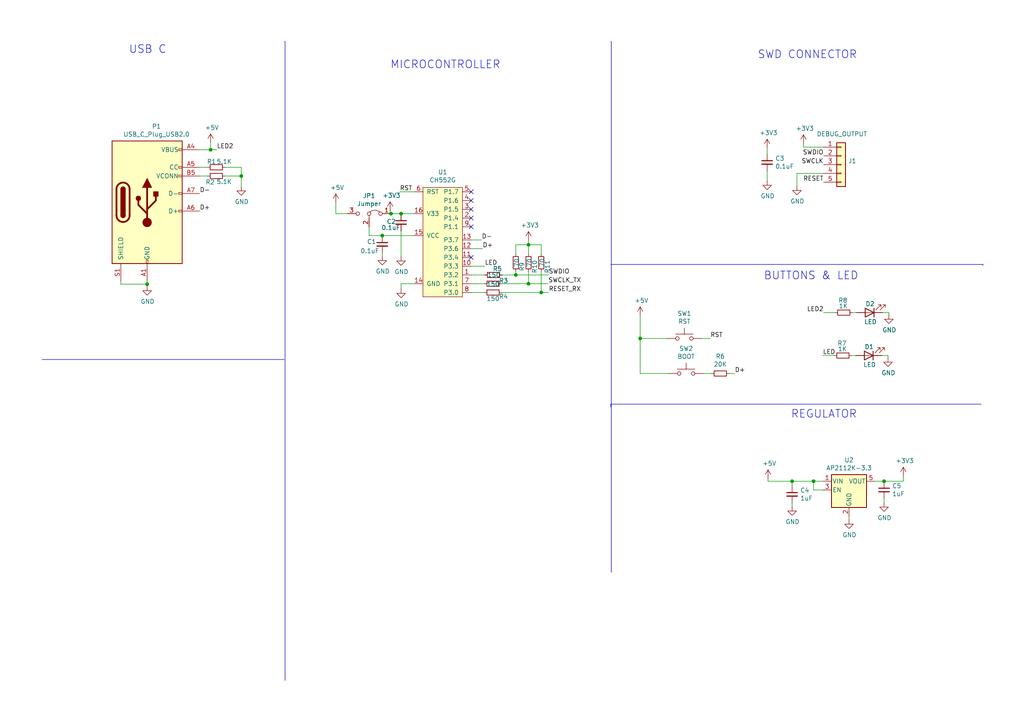
<source format=kicad_sch>
(kicad_sch (version 20230121) (generator eeschema)
  (paper "A4")
  (title_block (title "CMIS DAP Cat Programmer") (date "2020-09-01") (rev "1.1") (company "Electronic Cats") (comment 2 "Eduaro Contreras") (comment 3 "Felipe Islas") (comment 4 "Andres Sabas"))
  (lib_symbols
    (symbol "Connector_Generic:Conn_01x05" (pin_names (offset 1.016) hide)
      (property "Reference" "J" (at 0 7.62 0))
      (property "Value" "Conn_01x05" (at 0 -7.62 0))
      (symbol "Conn_01x05_1_1"
        (rectangle (start -1.27 -4.953) (end 0 -5.207) (stroke (width 0.1524)))
        (rectangle (start -1.27 -2.413) (end 0 -2.667) (stroke (width 0.1524)))
        (rectangle (start -1.27 0.127) (end 0 -0.127) (stroke (width 0.1524)))
        (rectangle (start -1.27 2.667) (end 0 2.413) (stroke (width 0.1524)))
        (rectangle (start -1.27 5.207) (end 0 4.953) (stroke (width 0.1524)))
        (rectangle (start -1.27 6.35) (end 1.27 -6.35) (stroke (width 0.254)) (fill (type background)))
        (pin passive line (at -5.08 5.08 0) (length 3.81) (name "Pin_1") (number "1"))
        (pin passive line (at -5.08 2.54 0) (length 3.81) (name "Pin_2") (number "2"))
        (pin passive line (at -5.08 0 0) (length 3.81) (name "Pin_3") (number "3"))
        (pin passive line (at -5.08 -2.54 0) (length 3.81) (name "Pin_4") (number "4"))
        (pin passive line (at -5.08 -5.08 0) (length 3.81) (name "Pin_5") (number "5"))
      )
    )
    (symbol "Device:C_Small" (pin_numbers hide) (pin_names (offset 0.254) hide)
      (property "Reference" "C" (at 0.254 1.778 0))
      (property "Value" "C_Small" (at 0.254 -2.032 0))
      (symbol "C_Small_0_1"
        (polyline (pts (xy -1.524 -0.508) (xy 1.524 -0.508)) (stroke (width 0.3302)))
        (polyline (pts (xy -1.524 0.508) (xy 1.524 0.508)) (stroke (width 0.3048)))
      )
      (symbol "C_Small_1_1"
        (pin passive line (at 0 2.54 270) (length 2.032) (name "~") (number "1"))
        (pin passive line (at 0 -2.54 90) (length 2.032) (name "~") (number "2"))
      )
    )
    (symbol "Device:LED" (pin_numbers hide) (pin_names (offset 1.016) hide)
      (property "Reference" "D" (at 0 2.54 0))
      (property "Value" "LED" (at 0 -2.54 0))
      (symbol "LED_0_1"
        (polyline (pts (xy -1.27 -1.27) (xy -1.27 1.27)) (stroke (width 0.254)))
        (polyline (pts (xy -1.27 0) (xy 1.27 0)))
        (polyline (pts (xy 1.27 -1.27) (xy 1.27 1.27) (xy -1.27 0) (xy 1.27 -1.27)) (stroke (width 0.254)))
        (polyline (pts (xy -3.048 -0.762) (xy -4.572 -2.286) (xy -3.81 -2.286) (xy -4.572 -2.286) (xy -4.572 -1.524)))
        (polyline (pts (xy -1.778 -0.762) (xy -3.302 -2.286) (xy -2.54 -2.286) (xy -3.302 -2.286) (xy -3.302 -1.524)))
      )
      (symbol "LED_1_1"
        (pin passive line (at -3.81 0 0) (length 2.54) (name "K") (number "1"))
        (pin passive line (at 3.81 0 180) (length 2.54) (name "A") (number "2"))
      )
    )
    (symbol "Device:R_Small" (pin_numbers hide) (pin_names (offset 0.254) hide)
      (property "Reference" "R" (at 0.762 0.508 0))
      (property "Value" "R_Small" (at 0.762 -1.016 0))
      (symbol "R_Small_0_1"
        (rectangle (start -0.762 1.778) (end 0.762 -1.778) (stroke (width 0.2032)))
      )
      (symbol "R_Small_1_1"
        (pin passive line (at 0 2.54 270) (length 0.762) (name "~") (number "1"))
        (pin passive line (at 0 -2.54 90) (length 0.762) (name "~") (number "2"))
      )
    )
    (symbol "SWD_Cat_Programmer-rescue:AP2112K-3.3-Regulator_Linear" (pin_names (offset 0.254))
      (property "Reference" "U" (at -5.08 5.715 0))
      (property "Value" "Regulator_Linear_AP2112K-3.3" (at 0 5.715 0))
      (symbol "AP2112K-3.3-Regulator_Linear_0_1"
        (rectangle (start -5.08 4.445) (end 5.08 -5.08) (stroke (width 0.254)) (fill (type background)))
      )
      (symbol "AP2112K-3.3-Regulator_Linear_1_1"
        (pin power_in line (at -7.62 2.54 0) (length 2.54) (name "VIN") (number "1"))
        (pin power_in line (at 0 -7.62 90) (length 2.54) (name "GND") (number "2"))
        (pin input line (at -7.62 0 0) (length 2.54) (name "EN") (number "3"))
        (pin no_connect line (at 7.62 0 180) (length 2.54) hide (name "NC") (number "4"))
        (pin power_out line (at 7.62 2.54 180) (length 2.54) (name "VOUT") (number "5"))
      )
    )
    (symbol "SWD_Cat_Programmer-rescue:CH552G-Electronic_Cats-SWD_Cat_Programmer-rescue-SWD_Cat_Programmer-rescue-SWD_Cat_Programmer-rescue-SWD_Cat_Programmer-rescue" (pin_names (offset 1.016))
      (property "Reference" "U" (at -3.81 -26.67 0))
      (property "Value" "SWD_Cat_Programmer-rescue_CH552G-Electronic_Cats-SWD_Cat_Programmer-rescue-SWD_Cat_Programmer-rescue-SWD_Cat_Programmer-rescue" (at 2.54 7.62 0))
      (symbol "CH552G-Electronic_Cats-SWD_Cat_Programmer-rescue-SWD_Cat_Programmer-rescue-SWD_Cat_Programmer-rescue-SWD_Cat_Programmer-rescue_0_1"
        (rectangle (start -5.08 6.35) (end 6.35 -25.4) (fill (type background)))
      )
      (symbol "CH552G-Electronic_Cats-SWD_Cat_Programmer-rescue-SWD_Cat_Programmer-rescue-SWD_Cat_Programmer-rescue-SWD_Cat_Programmer-rescue_1_1"
        (pin input line (at 8.89 -19.05 180) (length 2.54) (name "P3.2") (number "1"))
        (pin input line (at 8.89 -16.51 180) (length 2.54) (name "P3.3") (number "10"))
        (pin input line (at 8.89 -13.97 180) (length 2.54) (name "P3.4") (number "11"))
        (pin input line (at 8.89 -11.43 180) (length 2.54) (name "P3.6") (number "12"))
        (pin input line (at 8.89 -8.89 180) (length 2.54) (name "P3.7") (number "13"))
        (pin input line (at -7.62 -21.59 0) (length 2.54) (name "GND") (number "14"))
        (pin input line (at -7.62 -7.62 0) (length 2.54) (name "VCC") (number "15"))
        (pin input line (at -7.62 -1.27 0) (length 2.54) (name "V33") (number "16"))
        (pin input line (at 8.89 -2.54 180) (length 2.54) (name "P1.4") (number "2"))
        (pin input line (at 8.89 0 180) (length 2.54) (name "P1.5") (number "3"))
        (pin input line (at 8.89 2.54 180) (length 2.54) (name "P1.6") (number "4"))
        (pin input line (at 8.89 5.08 180) (length 2.54) (name "P1.7") (number "5"))
        (pin input line (at -7.62 5.08 0) (length 2.54) (name "RST") (number "6"))
        (pin input line (at 8.89 -21.59 180) (length 2.54) (name "P3.1") (number "7"))
        (pin input line (at 8.89 -24.13 180) (length 2.54) (name "P3.0") (number "8"))
        (pin input line (at 8.89 -5.08 180) (length 2.54) (name "P1.1") (number "9"))
      )
    )
    (symbol "SWD_Cat_Programmer-rescue:Jumper_3_Bridged12-Jumper" (pin_names (offset 0) hide)
      (property "Reference" "JP" (at -2.54 -2.54 0))
      (property "Value" "Jumper_Jumper_3_Bridged12" (at 0 2.794 0))
      (symbol "Jumper_3_Bridged12-Jumper_0_0"
        (circle (center -3.302 0) (radius 0.508))
        (circle (center 0 0) (radius 0.508))
        (circle (center 3.302 0) (radius 0.508))
      )
      (symbol "Jumper_3_Bridged12-Jumper_0_1"
        (arc (start -0.254 0.508) (mid -1.651 0.9912) (end -3.048 0.508))
        (polyline (pts (xy 0 -1.27) (xy 0 -0.508)))
      )
      (symbol "Jumper_3_Bridged12-Jumper_1_1"
        (pin passive line (at -6.35 0 0) (length 2.54) (name "A") (number "1"))
        (pin input line (at 0 -3.81 90) (length 2.54) (name "C") (number "2"))
        (pin passive line (at 6.35 0 180) (length 2.54) (name "B") (number "3"))
      )
    )
    (symbol "SWD_Cat_Programmer-rescue:USB_C_Plug_USB2.0-Connector" (pin_names (offset 1.016))
      (property "Reference" "P" (at -10.16 19.05 0))
      (property "Value" "Connector_USB_C_Plug_USB2.0" (at 12.7 19.05 0))
      (symbol "USB_C_Plug_USB2.0-Connector_0_0"
        (rectangle (start -0.254 -17.78) (end 0.254 -16.764))
        (rectangle (start 10.16 -2.286) (end 9.144 -2.794))
        (rectangle (start 10.16 2.794) (end 9.144 2.286))
        (rectangle (start 10.16 7.874) (end 9.144 7.366))
        (rectangle (start 10.16 10.414) (end 9.144 9.906))
        (rectangle (start 10.16 15.494) (end 9.144 14.986))
      )
      (symbol "USB_C_Plug_USB2.0-Connector_0_1"
        (rectangle (start -10.16 17.78) (end 10.16 -17.78) (stroke (width 0.254)) (fill (type background)))
        (arc (start -8.89 -3.81) (mid -6.985 -5.7067) (end -5.08 -3.81) (stroke (width 0.508)))
        (arc (start -7.62 -3.81) (mid -6.985 -4.4423) (end -6.35 -3.81) (stroke (width 0.254)))
        (arc (start -7.62 -3.81) (mid -6.985 -4.4423) (end -6.35 -3.81) (stroke (width 0.254)) (fill (type outline)))
        (rectangle (start -7.62 -3.81) (end -6.35 3.81) (stroke (width 0.254)) (fill (type outline)))
        (arc (start -6.35 3.81) (mid -6.985 4.4423) (end -7.62 3.81) (stroke (width 0.254)))
        (arc (start -6.35 3.81) (mid -6.985 4.4423) (end -7.62 3.81) (stroke (width 0.254)) (fill (type outline)))
        (arc (start -5.08 3.81) (mid -6.985 5.7067) (end -8.89 3.81) (stroke (width 0.508)))
        (circle (center -2.54 1.143) (radius 0.635) (stroke (width 0.254)) (fill (type outline)))
        (circle (center 0 -5.842) (radius 1.27) (fill (type outline)))
        (polyline (pts (xy -8.89 -3.81) (xy -8.89 3.81)) (stroke (width 0.508)))
        (polyline (pts (xy -5.08 3.81) (xy -5.08 -3.81)) (stroke (width 0.508)))
        (polyline (pts (xy 0 -5.842) (xy 0 4.318)) (stroke (width 0.508)))
        (polyline (pts (xy 0 -3.302) (xy -2.54 -0.762) (xy -2.54 0.508)) (stroke (width 0.508)))
        (polyline (pts (xy 0 -2.032) (xy 2.54 0.508) (xy 2.54 1.778)) (stroke (width 0.508)))
        (polyline (pts (xy -1.27 4.318) (xy 0 6.858) (xy 1.27 4.318) (xy -1.27 4.318)) (stroke (width 0.254)) (fill (type outline)))
        (rectangle (start 1.905 1.778) (end 3.175 3.048) (stroke (width 0.254)) (fill (type outline)))
      )
      (symbol "USB_C_Plug_USB2.0-Connector_1_1"
        (pin power_in line (at 0 -22.86 90) (length 5.08) (name "GND") (number "A1"))
        (pin passive line (at 0 -22.86 90) (length 5.08) hide (name "GND") (number "A12"))
        (pin power_in line (at 15.24 15.24 180) (length 5.08) (name "VBUS") (number "A4"))
        (pin bidirectional line (at 15.24 10.16 180) (length 5.08) (name "CC") (number "A5"))
        (pin bidirectional line (at 15.24 -2.54 180) (length 5.08) (name "D+") (number "A6"))
        (pin bidirectional line (at 15.24 2.54 180) (length 5.08) (name "D-") (number "A7"))
        (pin passive line (at 15.24 15.24 180) (length 5.08) hide (name "VBUS") (number "A9"))
        (pin passive line (at 0 -22.86 90) (length 5.08) hide (name "GND") (number "B1"))
        (pin passive line (at 0 -22.86 90) (length 5.08) hide (name "GND") (number "B12"))
        (pin passive line (at 15.24 15.24 180) (length 5.08) hide (name "VBUS") (number "B4"))
        (pin bidirectional line (at 15.24 7.62 180) (length 5.08) (name "VCONN") (number "B5"))
        (pin passive line (at 15.24 15.24 180) (length 5.08) hide (name "VBUS") (number "B9"))
        (pin passive line (at -7.62 -22.86 90) (length 5.08) (name "SHIELD") (number "S1"))
      )
    )
    (symbol "Switch:SW_Push" (pin_numbers hide) (pin_names (offset 1.016) hide)
      (property "Reference" "SW" (at 1.27 2.54 0))
      (property "Value" "SW_Push" (at 0 -1.524 0))
      (symbol "SW_Push_0_1"
        (circle (center -2.032 0) (radius 0.508))
        (polyline (pts (xy 0 1.27) (xy 0 3.048)))
        (polyline (pts (xy 2.54 1.27) (xy -2.54 1.27)))
        (circle (center 2.032 0) (radius 0.508))
        (pin passive line (at -5.08 0 0) (length 2.54) (name "1") (number "1"))
        (pin passive line (at 5.08 0 180) (length 2.54) (name "2") (number "2"))
      )
    )
    (symbol "power:+3V3" (power) (pin_names (offset 0))
      (property "Value" "+3V3" (at 0 3.556 0))
      (symbol "+3V3_0_1"
        (polyline (pts (xy -0.762 1.27) (xy 0 2.54)))
        (polyline (pts (xy 0 0) (xy 0 2.54)))
        (polyline (pts (xy 0 2.54) (xy 0.762 1.27)))
      )
      (symbol "+3V3_1_1"
        (pin power_in line (at 0 0 90) (length 0) hide (name "+3V3") (number "1"))
      )
    )
    (symbol "power:+5V" (power) (pin_names (offset 0))
      (property "Value" "+5V" (at 0 3.556 0))
      (symbol "+5V_0_1"
        (polyline (pts (xy -0.762 1.27) (xy 0 2.54)))
        (polyline (pts (xy 0 0) (xy 0 2.54)))
        (polyline (pts (xy 0 2.54) (xy 0.762 1.27)))
      )
      (symbol "+5V_1_1"
        (pin power_in line (at 0 0 90) (length 0) hide (name "+5V") (number "1"))
      )
    )
    (symbol "power:GND" (power) (pin_names (offset 0))
      (property "Value" "GND" (at 0 -3.81 0))
      (symbol "GND_0_1"
        (polyline (pts (xy 0 0) (xy 0 -1.27) (xy 1.27 -1.27) (xy 0 -2.54) (xy -1.27 -1.27) (xy 0 -1.27)))
      )
      (symbol "GND_1_1"
        (pin power_in line (at 0 0 270) (length 0) hide (name "GND") (number "1"))
      )
    )
  )
  (junction (at 153.289 70.993))
  (junction (at 229.743 139.573))
  (junction (at 61.087 43.434))
  (junction (at 113.411 61.976))
  (junction (at 156.972 84.836))
  (junction (at 69.977 51.054))
  (junction (at 42.672 82.423))
  (junction (at 235.966 139.573))
  (junction (at 116.332 61.976))
  (junction (at 149.606 79.756))
  (junction (at 153.289 82.296))
  (junction (at 256.413 139.573))
  (junction (at 110.871 68.326))
  (junction (at 185.674 98.171))
  (no_connect (at 136.652 60.706))
  (no_connect (at 136.652 55.626))
  (no_connect (at 136.652 58.166))
  (no_connect (at 136.652 65.786))
  (no_connect (at 136.652 63.246))
  (no_connect (at 136.652 74.676))
  (wire (pts (xy 262.001 139.573) (xy 262.001 138.049)))
  (wire (pts (xy 65.278 51.054) (xy 69.977 51.054)))
  (wire (pts (xy 136.652 72.136) (xy 139.954 72.136)))
  (wire (pts (xy 257.556 103.124) (xy 257.556 103.759)))
  (wire (pts (xy 229.743 145.923) (xy 229.743 146.939)))
  (wire (pts (xy 235.966 142.113) (xy 235.966 139.573)))
  (wire (pts (xy 110.871 73.406) (xy 110.871 74.295)))
  (wire (pts (xy 153.289 70.993) (xy 153.289 73.66)))
  (wire (pts (xy 136.652 69.596) (xy 139.7 69.596)))
  (wire (pts (xy 256.413 144.653) (xy 256.413 145.796)))
  (wire (pts (xy 35.052 82.423) (xy 42.672 82.423)))
  (polyline (pts (xy 284.607 117.221) (xy 177.165 117.221)))
  (wire (pts (xy 257.81 90.678) (xy 257.81 91.313)))
  (wire (pts (xy 136.652 79.756) (xy 140.589 79.756)))
  (wire (pts (xy 156.972 70.993) (xy 156.972 73.66)))
  (wire (pts (xy 149.606 73.66) (xy 149.606 70.993)))
  (wire (pts (xy 116.332 82.296) (xy 116.332 83.82)))
  (wire (pts (xy 116.332 61.976) (xy 113.411 61.976)))
  (wire (pts (xy 120.142 82.296) (xy 116.332 82.296)))
  (wire (pts (xy 193.929 108.331) (xy 185.674 108.331)))
  (wire (pts (xy 149.606 78.74) (xy 149.606 79.756)))
  (wire (pts (xy 42.672 82.423) (xy 42.672 83.058)))
  (wire (pts (xy 238.887 90.678) (xy 242.189 90.678)))
  (wire (pts (xy 113.411 61.976) (xy 113.157 61.976)))
  (polyline (pts (xy 82.677 197.358) (xy 82.677 12.065)))
  (wire (pts (xy 61.087 43.434) (xy 62.865 43.434)))
  (wire (pts (xy 120.142 55.626) (xy 115.951 55.626)))
  (wire (pts (xy 120.142 61.976) (xy 116.332 61.976)))
  (wire (pts (xy 229.743 140.843) (xy 229.743 139.573)))
  (polyline (pts (xy 177.292 165.989) (xy 177.292 12.065)))
  (wire (pts (xy 156.972 78.74) (xy 156.972 84.836)))
  (wire (pts (xy 153.289 70.993) (xy 153.289 69.723)))
  (wire (pts (xy 238.633 142.113) (xy 235.966 142.113)))
  (wire (pts (xy 231.14 53.975) (xy 231.14 50.292)))
  (wire (pts (xy 231.14 50.292) (xy 238.887 50.292)))
  (wire (pts (xy 253.873 139.573) (xy 256.413 139.573)))
  (wire (pts (xy 211.455 108.331) (xy 213.106 108.331)))
  (wire (pts (xy 65.278 48.514) (xy 69.977 48.514)))
  (wire (pts (xy 100.711 61.976) (xy 97.409 61.976)))
  (wire (pts (xy 238.887 42.672) (xy 233.045 42.672)))
  (wire (pts (xy 233.045 42.672) (xy 233.045 41.656)))
  (wire (pts (xy 185.674 108.331) (xy 185.674 98.171)))
  (wire (pts (xy 136.652 82.296) (xy 140.462 82.296)))
  (wire (pts (xy 222.504 49.657) (xy 222.504 52.451)))
  (wire (pts (xy 247.015 103.124) (xy 248.158 103.124)))
  (wire (pts (xy 35.052 81.534) (xy 35.052 82.423)))
  (wire (pts (xy 57.912 51.054) (xy 60.198 51.054)))
  (wire (pts (xy 256.413 139.573) (xy 262.001 139.573)))
  (wire (pts (xy 116.332 67.056) (xy 116.332 74.422)))
  (wire (pts (xy 136.652 77.216) (xy 140.589 77.216)))
  (wire (pts (xy 145.542 82.296) (xy 153.289 82.296)))
  (wire (pts (xy 203.581 98.171) (xy 205.994 98.171)))
  (wire (pts (xy 113.157 61.976) (xy 113.157 61.087)))
  (wire (pts (xy 185.674 98.171) (xy 185.674 91.567)))
  (wire (pts (xy 235.966 139.573) (xy 229.743 139.573)))
  (polyline (pts (xy 177.165 117.221) (xy 177.165 117.983)))
  (wire (pts (xy 229.743 139.573) (xy 222.758 139.573)))
  (polyline (pts (xy 177.292 12.065) (xy 177.165 12.065)))
  (polyline (pts (xy 82.677 12.065) (xy 82.55 12.065)))
  (wire (pts (xy 57.912 43.434) (xy 61.087 43.434)))
  (wire (pts (xy 153.289 78.74) (xy 153.289 82.296)))
  (wire (pts (xy 57.912 48.514) (xy 60.198 48.514)))
  (wire (pts (xy 255.778 103.124) (xy 257.556 103.124)))
  (polyline (pts (xy 285.115 76.708) (xy 285.115 76.962)))
  (wire (pts (xy 222.758 139.573) (xy 222.758 138.811)))
  (wire (pts (xy 149.606 79.756) (xy 159.131 79.756)))
  (wire (pts (xy 69.977 48.514) (xy 69.977 51.054)))
  (wire (pts (xy 153.289 82.296) (xy 159.004 82.296)))
  (wire (pts (xy 42.672 81.534) (xy 42.672 82.423)))
  (polyline (pts (xy 82.423 104.267) (xy 12.192 104.267)))
  (wire (pts (xy 145.669 79.756) (xy 149.606 79.756)))
  (polyline (pts (xy 177.165 76.708) (xy 285.115 76.708)))
  (wire (pts (xy 256.032 90.678) (xy 257.81 90.678)))
  (wire (pts (xy 247.269 90.678) (xy 248.412 90.678)))
  (wire (pts (xy 110.871 68.326) (xy 107.061 68.326)))
  (wire (pts (xy 222.504 42.926) (xy 222.504 44.577)))
  (wire (pts (xy 107.061 65.786) (xy 107.061 68.326)))
  (wire (pts (xy 238.633 139.573) (xy 235.966 139.573)))
  (wire (pts (xy 61.087 41.402) (xy 61.087 43.434)))
  (wire (pts (xy 120.142 68.326) (xy 110.871 68.326)))
  (wire (pts (xy 149.606 70.993) (xy 153.289 70.993)))
  (wire (pts (xy 246.253 149.733) (xy 246.253 150.749)))
  (wire (pts (xy 136.652 84.836) (xy 140.462 84.836)))
  (wire (pts (xy 193.421 98.171) (xy 185.674 98.171)))
  (wire (pts (xy 238.633 103.124) (xy 241.935 103.124)))
  (wire (pts (xy 156.972 84.836) (xy 159.131 84.836)))
  (wire (pts (xy 204.089 108.331) (xy 206.375 108.331)))
  (wire (pts (xy 69.977 51.054) (xy 69.977 54.102)))
  (wire (pts (xy 97.409 61.976) (xy 97.409 58.801)))
  (wire (pts (xy 145.542 84.836) (xy 156.972 84.836)))
  (wire (pts (xy 153.289 70.993) (xy 156.972 70.993)))
  (text "BUTTONS & LED" (at 221.488 81.407 0) (effects (font (size 2.2606 2.2606)) (justify left bottom)))
  (text "REGULATOR" (at 229.362 121.539 0) (effects (font (size 2.2606 2.2606)) (justify left bottom)))
  (text "SWD CONNECTOR" (at 219.71 17.272 0) (effects (font (size 2.2606 2.2606)) (justify left bottom)))
  (text "MICROCONTROLLER" (at 113.157 20.193 0) (effects (font (size 2.2606 2.2606)) (justify left bottom)))
  (text "USB C" (at 37.338 15.748 0) (effects (font (size 2.2606 2.2606)) (justify left bottom)))
  (label "SWCLK" (at 238.887 47.752 180))
  (label "LED" (at 140.589 77.216 0))
  (label "RST" (at 115.951 55.626 0))
  (label "RESET_RX" (at 159.131 84.836 0))
  (label "D-" (at 57.912 56.134 0))
  (label "RST" (at 205.994 98.171 0))
  (label "RESET" (at 238.887 52.832 180))
  (label "SWDIO" (at 238.887 45.212 180))
  (label "SWDIO" (at 159.131 79.756 0))
  (label "LED" (at 238.633 103.124 0))
  (label "D+" (at 139.954 72.136 0))
  (label "D+" (at 57.912 61.214 0))
  (label "D+" (at 213.106 108.331 0))
  (label "D-" (at 139.7 69.596 0))
  (label "LED2" (at 62.865 43.434 0))
  (label "LED2" (at 238.887 90.678 180))
  (label "SWCLK_TX" (at 159.004 82.296 0))
  (symbol (lib_id "SWD_Cat_Programmer-rescue:USB_C_Plug_USB2.0-Connector") (at 42.672 58.674 0) (unit 1)
    (property "Reference" "P1" (at 45.3898 36.6522 0))
    (property "Value" "USB_C_Plug_USB2.0" (at 45.3898 38.9636 0))
    (property "Footprint" "Connectors:C393939" (effects hide))
    (property "Datasheet" "https://datasheet.lcsc.com/szlcsc/1912111437_SHOU-HAN-TYPE-C16PIN_C393939.pdf" (effects hide))
    (property "manf#" "C393939" (effects hide))
  )
  (symbol (lib_id "Device:C_Small") (at 222.504 47.117 0) (unit 1)
    (property "Reference" "C3" (at 224.8408 45.9486 0) (effects (justify left)))
    (property "Value" "0.1uF" (at 224.8408 48.26 0) (effects (justify left)))
    (property "Footprint" "Capacitor_SMD:C_0805_2012Metric_Pad1.15x1.40mm_HandSolder" (effects hide))
    (property "Datasheet" "https://datasheet.lcsc.com/szlcsc/1810101813_YAGEO-CC0805KRX7R9BB104_C49678.pdf" (effects hide))
    (property "manf#" "C49678" (effects hide))
  )
  (symbol (lib_id "Device:R_Small") (at 62.738 48.514 270) (unit 1)
    (property "Reference" "R1" (at 61.341 46.863 90))
    (property "Value" "5.1K" (at 65.024 46.863 90))
    (property "Footprint" "Resistor_SMD:R_0805_2012Metric_Pad1.15x1.40mm_HandSolder" (effects hide))
    (property "Datasheet" "https://datasheet.lcsc.com/szlcsc/1810311431_YAGEO-RC0805JR-075K1L_C105874.pdf" (effects hide))
    (property "manf#" "C105874" (effects hide))
  )
  (symbol (lib_id "SWD_Cat_Programmer-rescue:CH552G-Electronic_Cats-SWD_Cat_Programmer-rescue-SWD_Cat_Programmer-rescue-SWD_Cat_Programmer-rescue-SWD_Cat_Programmer-rescue") (at 127.762 60.706 0) (unit 1)
    (property "Reference" "U1" (at 128.397 49.911 0))
    (property "Value" "CH552G" (at 128.397 52.2224 0))
    (property "Footprint" "Package_SO:SOP-16_4.55x10.3mm_P1.27mm" (effects hide))
    (property "Datasheet" "https://datasheet.lcsc.com/szlcsc/2008191734_WCH-Jiangsu-Qin-Heng-CH552G_C111292.pdf" (effects hide))
    (property "manf#" "C111292" (effects hide))
  )
  (symbol (lib_id "power:+3V3") (at 113.157 61.087 0) (unit 1)
    (property "Reference" "#PWR06" (effects hide))
    (property "Value" "+3V3" (at 113.538 56.6928 0))
  )
  (symbol (lib_id "power:+5V") (at 97.409 58.801 0) (unit 1)
    (property "Reference" "#PWR04" (effects hide))
    (property "Value" "+5V" (at 97.79 54.4068 0))
  )
  (symbol (lib_id "power:GND") (at 116.332 83.82 0) (unit 1)
    (property "Reference" "#PWR08" (effects hide))
    (property "Value" "GND" (at 116.459 88.2142 0))
  )
  (symbol (lib_id "Device:C_Small") (at 110.871 70.866 0) (unit 1)
    (property "Reference" "C1" (at 106.426 70.104 0) (effects (justify left)))
    (property "Value" "0.1uF" (at 104.521 72.771 0) (effects (justify left)))
    (property "Footprint" "Capacitor_SMD:C_0805_2012Metric_Pad1.15x1.40mm_HandSolder" (effects hide))
    (property "Datasheet" "https://datasheet.lcsc.com/szlcsc/1810101813_YAGEO-CC0805KRX7R9BB104_C49678.pdf" (effects hide))
    (property "manf#" "C49678" (effects hide))
  )
  (symbol (lib_id "Device:C_Small") (at 116.332 64.516 0) (unit 1)
    (property "Reference" "C2" (at 112.141 64.262 0) (effects (justify left)))
    (property "Value" "0.1uF" (at 110.617 66.04 0) (effects (justify left)))
    (property "Footprint" "Capacitor_SMD:C_0805_2012Metric_Pad1.15x1.40mm_HandSolder" (effects hide))
    (property "Datasheet" "https://datasheet.lcsc.com/szlcsc/1810101813_YAGEO-CC0805KRX7R9BB104_C49678.pdf" (effects hide))
    (property "manf#" "C49678" (effects hide))
  )
  (symbol (lib_id "power:GND") (at 116.332 74.422 0) (unit 1)
    (property "Reference" "#PWR07" (effects hide))
    (property "Value" "GND" (at 116.459 78.8162 0))
  )
  (symbol (lib_id "power:GND") (at 110.871 74.295 0) (unit 1)
    (property "Reference" "#PWR05" (effects hide))
    (property "Value" "GND" (at 110.998 78.6892 0))
  )
  (symbol (lib_id "Device:R_Small") (at 62.738 51.054 270) (unit 1)
    (property "Reference" "R2" (at 60.96 52.832 90))
    (property "Value" "5.1K" (at 65.024 52.705 90))
    (property "Footprint" "Resistor_SMD:R_0805_2012Metric_Pad1.15x1.40mm_HandSolder" (effects hide))
    (property "Datasheet" "https://datasheet.lcsc.com/szlcsc/1810311431_YAGEO-RC0805JR-075K1L_C105874.pdf" (effects hide))
    (property "manf#" "C105874" (effects hide))
  )
  (symbol (lib_id "power:GND") (at 42.672 83.058 0) (unit 1)
    (property "Reference" "#PWR01" (effects hide))
    (property "Value" "GND" (at 42.799 87.4522 0))
  )
  (symbol (lib_id "Device:R_Small") (at 244.475 103.124 270) (unit 1)
    (property "Reference" "R7" (at 244.221 99.568 90))
    (property "Value" "1K" (at 244.348 101.219 90))
    (property "Footprint" "Resistor_SMD:R_0805_2012Metric_Pad1.15x1.40mm_HandSolder" (effects hide))
    (property "Datasheet" "https://datasheet.lcsc.com/szlcsc/1809140835_UNI-ROYAL-Uniroyal-Elec-0805W8J0102T5E_C25623.pdf" (effects hide))
    (property "manf#" "C25623" (effects hide))
  )
  (symbol (lib_id "Device:LED") (at 251.968 103.124 180) (unit 1)
    (property "Reference" "D1" (at 252.095 100.584 0))
    (property "Value" "LED" (at 252.222 105.791 0))
    (property "Footprint" "LED_SMD:LED_0805_2012Metric" (effects hide))
    (property "Datasheet" "https://datasheet.lcsc.com/szlcsc/1808272351_Everlight-Elec-17-21SURC-S530-A2-TR8_C131244.pdf" (effects hide))
    (property "manf#" "C131244" (effects hide))
  )
  (symbol (lib_id "power:GND") (at 257.556 103.759 0) (unit 1)
    (property "Reference" "#PWR015" (effects hide))
    (property "Value" "GND" (at 257.683 108.1532 0))
  )
  (symbol (lib_id "Switch:SW_Push") (at 198.501 98.171 0) (unit 1)
    (property "Reference" "SW1" (at 198.501 90.932 0))
    (property "Value" "RST" (at 198.501 93.2434 0))
    (property "Footprint" "KiCad:TS1088R02026" (effects hide))
    (property "Datasheet" "https://datasheet.lcsc.com/szlcsc/1912111437_XUNPU-TS-1088R-02526_C455281.pdf" (effects hide))
    (property "manf#" "C455281" (effects hide))
  )
  (symbol (lib_id "Switch:SW_Push") (at 199.009 108.331 0) (unit 1)
    (property "Reference" "SW2" (at 199.009 101.092 0))
    (property "Value" "BOOT" (at 199.009 103.4034 0))
    (property "Footprint" "KiCad:TS1088R02026" (effects hide))
    (property "Datasheet" "https://datasheet.lcsc.com/szlcsc/1912111437_XUNPU-TS-1088R-02526_C455281.pdf" (effects hide))
    (property "manf#" "C455281" (effects hide))
  )
  (symbol (lib_id "power:+5V") (at 185.674 91.567 0) (unit 1)
    (property "Reference" "#PWR09" (effects hide))
    (property "Value" "+5V" (at 186.055 87.1728 0))
  )
  (symbol (lib_id "Device:R_Small") (at 208.915 108.331 270) (unit 1)
    (property "Reference" "R6" (at 208.915 103.3526 90))
    (property "Value" "20K" (at 208.915 105.664 90))
    (property "Footprint" "Resistor_SMD:R_0805_2012Metric_Pad1.15x1.40mm_HandSolder" (effects hide))
    (property "Datasheet" "https://datasheet.lcsc.com/szlcsc/2007131613_HKR-Hong-Kong-Resistors-RCT0520KFLF_C702832.pdf" (effects hide))
    (property "manf#" "C702832" (effects hide))
  )
  (symbol (lib_id "power:GND") (at 231.14 53.975 0) (unit 1)
    (property "Reference" "#PWR013" (effects hide))
    (property "Value" "GND" (at 231.267 58.3692 0))
  )
  (symbol (lib_id "Device:R_Small") (at 143.129 79.756 270) (unit 1)
    (property "Reference" "R5" (at 144.272 77.978 90))
    (property "Value" "150" (at 143.256 79.756 90))
    (property "Footprint" "Resistor_SMD:R_0805_2012Metric_Pad1.15x1.40mm_HandSolder" (effects hide))
    (property "Datasheet" "https://datasheet.lcsc.com/szlcsc/1811081415_RALEC-RTT051500FTP_C103997.pdf" (effects hide))
    (property "manf#" "C103997" (effects hide))
  )
  (symbol (lib_id "Device:R_Small") (at 143.002 82.296 270) (unit 1)
    (property "Reference" "R3" (at 146.05 81.407 90))
    (property "Value" "150" (at 143.002 82.423 90))
    (property "Footprint" "Resistor_SMD:R_0805_2012Metric_Pad1.15x1.40mm_HandSolder" (effects hide))
    (property "Datasheet" "https://datasheet.lcsc.com/szlcsc/1811081415_RALEC-RTT051500FTP_C103997.pdf" (effects hide))
    (property "manf#" "C103997" (effects hide))
  )
  (symbol (lib_id "Device:R_Small") (at 143.002 84.836 270) (unit 1)
    (property "Reference" "R4" (at 146.05 85.979 90))
    (property "Value" "150" (at 143.002 86.614 90))
    (property "Footprint" "Resistor_SMD:R_0805_2012Metric_Pad1.15x1.40mm_HandSolder" (effects hide))
    (property "Datasheet" "https://datasheet.lcsc.com/szlcsc/1811081415_RALEC-RTT051500FTP_C103997.pdf" (effects hide))
    (property "manf#" "C103997" (effects hide))
  )
  (symbol (lib_id "Device:C_Small") (at 229.743 143.383 0) (unit 1)
    (property "Reference" "C4" (at 232.0798 142.2146 0) (effects (justify left)))
    (property "Value" "1uF" (at 232.0798 144.526 0) (effects (justify left)))
    (property "Footprint" "Capacitor_SMD:C_0805_2012Metric_Pad1.15x1.40mm_HandSolder" (effects hide))
    (property "Datasheet" "https://datasheet.lcsc.com/szlcsc/1810191216_Samsung-Electro-Mechanics-CL21B105KBFNNNE_C28323.pdf" (effects hide))
    (property "manf#" "C28323" (effects hide))
  )
  (symbol (lib_id "Device:C_Small") (at 256.413 142.113 0) (unit 1)
    (property "Reference" "C5" (at 258.7498 140.9446 0) (effects (justify left)))
    (property "Value" "1uF" (at 258.7498 143.256 0) (effects (justify left)))
    (property "Footprint" "Capacitor_SMD:C_0805_2012Metric_Pad1.15x1.40mm_HandSolder" (effects hide))
    (property "Datasheet" "https://datasheet.lcsc.com/szlcsc/1810191216_Samsung-Electro-Mechanics-CL21B105KBFNNNE_C28323.pdf" (effects hide))
    (property "manf#" "C28323" (effects hide))
  )
  (symbol (lib_id "power:GND") (at 229.743 146.939 0) (unit 1)
    (property "Reference" "#PWR011" (effects hide))
    (property "Value" "GND" (at 229.87 151.3332 0))
  )
  (symbol (lib_id "power:GND") (at 246.253 150.749 0) (unit 1)
    (property "Reference" "#PWR014" (effects hide))
    (property "Value" "GND" (at 246.38 155.1432 0))
  )
  (symbol (lib_id "power:GND") (at 256.413 145.796 0) (unit 1)
    (property "Reference" "#PWR016" (effects hide))
    (property "Value" "GND" (at 256.54 150.1902 0))
  )
  (symbol (lib_id "power:+3V3") (at 262.001 138.049 0) (unit 1)
    (property "Reference" "#PWR017" (effects hide))
    (property "Value" "+3V3" (at 262.382 133.6548 0))
  )
  (symbol (lib_id "power:+5V") (at 222.758 138.811 0) (unit 1)
    (property "Reference" "#PWR010" (effects hide))
    (property "Value" "+5V" (at 223.139 134.4168 0))
  )
  (symbol (lib_id "power:+5V") (at 61.087 41.402 0) (unit 1)
    (property "Reference" "#PWR02" (effects hide))
    (property "Value" "+5V" (at 61.468 37.0078 0))
  )
  (symbol (lib_id "Device:R_Small") (at 244.729 90.678 270) (unit 1)
    (property "Reference" "R8" (at 244.475 87.122 90))
    (property "Value" "1K" (at 244.602 88.773 90))
    (property "Footprint" "Resistor_SMD:R_0805_2012Metric_Pad1.15x1.40mm_HandSolder" (effects hide))
    (property "Datasheet" "https://datasheet.lcsc.com/szlcsc/1809140835_UNI-ROYAL-Uniroyal-Elec-0805W8J0102T5E_C25623.pdf" (effects hide))
    (property "manf#" "C25623" (effects hide))
  )
  (symbol (lib_id "Device:LED") (at 252.222 90.678 180) (unit 1)
    (property "Reference" "D2" (at 252.349 88.138 0))
    (property "Value" "LED" (at 252.476 93.345 0))
    (property "Footprint" "LED_SMD:LED_0805_2012Metric" (effects hide))
    (property "Datasheet" "https://datasheet.lcsc.com/szlcsc/1808272351_Everlight-Elec-17-21SURC-S530-A2-TR8_C131244.pdf" (effects hide))
    (property "manf#" "C131244" (effects hide))
  )
  (symbol (lib_id "power:GND") (at 257.81 91.313 0) (unit 1)
    (property "Reference" "#PWR0101" (effects hide))
    (property "Value" "GND" (at 257.937 95.7072 0))
  )
  (symbol (lib_id "power:+3V3") (at 233.045 41.656 0) (unit 1)
    (property "Reference" "#PWR012" (effects hide))
    (property "Value" "+3V3" (at 233.426 37.2618 0))
  )
  (symbol (lib_id "power:GND") (at 69.977 54.102 0) (unit 1)
    (property "Reference" "#PWR03" (effects hide))
    (property "Value" "GND" (at 70.104 58.4962 0))
  )
  (symbol (lib_id "SWD_Cat_Programmer-rescue:Jumper_3_Bridged12-Jumper") (at 107.061 61.976 0) (mirror y) (unit 1)
    (property "Reference" "JP1" (at 107.061 56.7944 0))
    (property "Value" "Jumper" (at 107.061 59.1058 0))
    (property "Footprint" "Jumper:SolderJumper-3_P1.3mm_Bridged12_RoundedPad1.0x1.5mm" (effects hide))
  )
  (symbol (lib_id "Device:R_Small") (at 149.606 76.2 180) (unit 1)
    (property "Reference" "R9" (at 151.384 77.343 90))
    (property "Value" "70" (at 149.86 76.2 90))
    (property "Footprint" "Resistor_SMD:R_0603_1608Metric_Pad1.05x0.95mm_HandSolder" (effects hide))
    (property "manf#" "C429431" (effects hide))
  )
  (symbol (lib_id "Device:R_Small") (at 153.289 76.2 180) (unit 1)
    (property "Reference" "R10" (at 155.067 77.343 90))
    (property "Value" "70" (at 153.543 76.2 90))
    (property "Footprint" "Resistor_SMD:R_0603_1608Metric_Pad1.05x0.95mm_HandSolder" (effects hide))
    (property "manf#" "C429431" (effects hide))
  )
  (symbol (lib_id "Device:R_Small") (at 156.972 76.2 180) (unit 1)
    (property "Reference" "R11" (at 158.75 77.343 90))
    (property "Value" "70" (at 157.226 76.2 90))
    (property "Footprint" "Resistor_SMD:R_0603_1608Metric_Pad1.05x0.95mm_HandSolder" (effects hide))
    (property "manf#" "C429431" (effects hide))
  )
  (symbol (lib_id "power:+3V3") (at 153.289 69.723 0) (unit 1)
    (property "Reference" "#PWR018" (effects hide))
    (property "Value" "+3V3" (at 153.67 65.3288 0))
  )
  (symbol (lib_id "SWD_Cat_Programmer-rescue:AP2112K-3.3-Regulator_Linear") (at 246.253 142.113 0) (unit 1)
    (property "Reference" "U2" (at 246.253 133.4262 0))
    (property "Value" "AP2112K-3.3" (at 246.253 135.7376 0))
    (property "Footprint" "Package_TO_SOT_SMD:SOT-23-5" (effects hide))
    (property "Datasheet" "https://www.mouser.mx/datasheet/2/115/AP2112-271550.pdf" (effects hide))
    (property "manf#" "621-AP2112K-3.3TRG1" (effects hide))
  )
  (symbol (lib_id "Connector_Generic:Conn_01x05") (at 243.967 47.752 0) (unit 1)
    (property "Reference" "J1" (at 245.999 46.6852 0) (effects (justify left)))
    (property "Value" "DEBUG_OUTPUT" (at 236.855 38.862 0) (effects (justify left)))
    (property "Footprint" "Connector_PinHeader_2.54mm:PinHeader_1x05_P2.54mm_Horizontal" (effects hide))
    (property "manf#" "-" (effects hide))
  )
  (symbol (lib_id "power:+3V3") (at 222.504 42.926 0) (unit 1)
    (property "Reference" "#PWR019" (effects hide))
    (property "Value" "+3V3" (at 222.885 38.5318 0))
  )
  (symbol (lib_id "power:GND") (at 222.504 52.451 0) (unit 1)
    (property "Reference" "#PWR020" (effects hide))
    (property "Value" "GND" (at 222.631 56.8452 0))
  )
)
</source>
